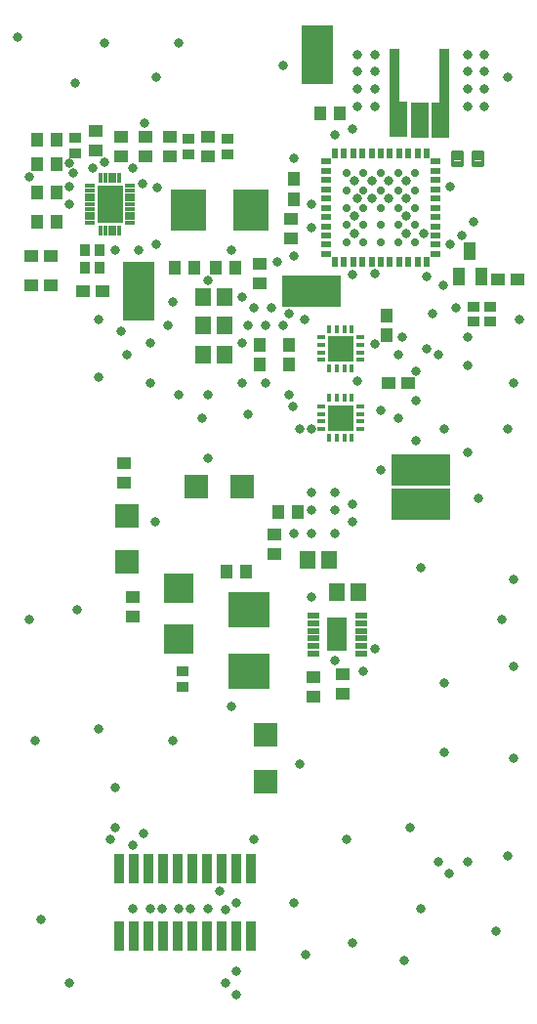
<source format=gts>
G75*
%MOIN*%
%OFA0B0*%
%FSLAX25Y25*%
%IPPOS*%
%LPD*%
%AMOC8*
5,1,8,0,0,1.08239X$1,22.5*
%
%ADD10R,0.04437X0.04831*%
%ADD11R,0.05618X0.06406*%
%ADD12R,0.04043X0.03256*%
%ADD13R,0.07000X0.11701*%
%ADD14R,0.04000X0.02154*%
%ADD15R,0.01917X0.03256*%
%ADD16R,0.03256X0.01917*%
%ADD17C,0.02862*%
%ADD18R,0.04437X0.06012*%
%ADD19R,0.04831X0.04437*%
%ADD20R,0.06012X0.12213*%
%ADD21R,0.06248X0.12213*%
%ADD22R,0.03492X0.19004*%
%ADD23R,0.14280X0.12114*%
%ADD24R,0.14280X0.12311*%
%ADD25R,0.03492X0.09949*%
%ADD26R,0.08768X0.08768*%
%ADD27R,0.02862X0.01681*%
%ADD28R,0.01681X0.02862*%
%ADD29R,0.10500X0.20500*%
%ADD30R,0.20500X0.10500*%
%ADD31R,0.09949X0.09949*%
%ADD32R,0.08768X0.12705*%
%ADD33R,0.03650X0.01287*%
%ADD34R,0.01287X0.03650*%
%ADD35R,0.03256X0.04043*%
%ADD36R,0.12114X0.14280*%
%ADD37R,0.12311X0.14280*%
%ADD38C,0.01125*%
%ADD39R,0.08374X0.08374*%
%ADD40C,0.03278*%
D10*
X0097882Y0192567D03*
X0104575Y0192567D03*
X0115677Y0212882D03*
X0122370Y0212882D03*
X0119142Y0263433D03*
X0119142Y0270126D03*
X0109299Y0270126D03*
X0109299Y0263433D03*
X0100835Y0296307D03*
X0094142Y0296307D03*
X0087055Y0296307D03*
X0080362Y0296307D03*
X0039811Y0312055D03*
X0033118Y0312055D03*
X0033118Y0321898D03*
X0039811Y0321898D03*
X0039811Y0331740D03*
X0033118Y0331740D03*
X0033118Y0340008D03*
X0039811Y0340008D03*
X0120913Y0326504D03*
X0120913Y0319811D03*
X0129929Y0348866D03*
X0136622Y0348866D03*
X0152606Y0279969D03*
X0152606Y0273276D03*
D11*
X0097291Y0276622D03*
X0089811Y0276622D03*
X0089811Y0266780D03*
X0097291Y0266780D03*
X0097291Y0286465D03*
X0089811Y0286465D03*
X0125598Y0196701D03*
X0133079Y0196701D03*
X0135520Y0185717D03*
X0143000Y0185717D03*
D12*
X0083000Y0158591D03*
X0083000Y0153472D03*
X0182134Y0278000D03*
X0182134Y0283118D03*
X0188039Y0283118D03*
X0188039Y0278000D03*
X0098276Y0335087D03*
X0098276Y0340205D03*
X0084890Y0340205D03*
X0084890Y0335087D03*
X0046307Y0335480D03*
X0046307Y0340598D03*
D13*
X0135756Y0171189D03*
D14*
X0143787Y0172449D03*
X0143787Y0175008D03*
X0143787Y0177567D03*
X0143787Y0169890D03*
X0143787Y0167331D03*
X0143787Y0164772D03*
X0127685Y0164772D03*
X0127685Y0167331D03*
X0127685Y0169890D03*
X0127685Y0172449D03*
X0127685Y0175008D03*
X0127685Y0177567D03*
D15*
X0134850Y0298157D03*
X0138000Y0298157D03*
X0141150Y0298157D03*
X0144299Y0298157D03*
X0147449Y0298157D03*
X0150598Y0298157D03*
X0153748Y0298157D03*
X0156898Y0298157D03*
X0160047Y0298157D03*
X0163197Y0298157D03*
X0166346Y0298157D03*
X0166346Y0335402D03*
X0163197Y0335402D03*
X0160047Y0335402D03*
X0156898Y0335402D03*
X0153748Y0335402D03*
X0150598Y0335402D03*
X0147449Y0335402D03*
X0144299Y0335402D03*
X0141150Y0335402D03*
X0138000Y0335402D03*
X0134850Y0335402D03*
D16*
X0131976Y0332528D03*
X0131976Y0329378D03*
X0131976Y0326228D03*
X0131976Y0323079D03*
X0131976Y0319929D03*
X0131976Y0316780D03*
X0131976Y0313630D03*
X0131976Y0310480D03*
X0131976Y0307331D03*
X0131976Y0304181D03*
X0131976Y0301031D03*
X0169220Y0301031D03*
X0169220Y0304181D03*
X0169220Y0307331D03*
X0169220Y0310480D03*
X0169220Y0313630D03*
X0169220Y0316780D03*
X0169220Y0319929D03*
X0169220Y0323079D03*
X0169220Y0326228D03*
X0169220Y0329378D03*
X0169220Y0332528D03*
D17*
X0162409Y0328591D03*
X0156504Y0328591D03*
X0156504Y0322685D03*
X0162409Y0322685D03*
X0162409Y0316780D03*
X0156504Y0316780D03*
X0156504Y0310874D03*
X0162409Y0310874D03*
X0162409Y0304969D03*
X0156504Y0304969D03*
X0150598Y0304969D03*
X0144693Y0304969D03*
X0138787Y0304969D03*
X0138787Y0310874D03*
X0138787Y0316780D03*
X0144693Y0316780D03*
X0150598Y0316780D03*
X0150598Y0310874D03*
X0144693Y0310874D03*
X0144693Y0322685D03*
X0150598Y0322685D03*
X0150598Y0328591D03*
X0144693Y0328591D03*
X0138787Y0328591D03*
X0138787Y0322685D03*
D18*
X0177370Y0293354D03*
X0184850Y0293354D03*
X0181110Y0302016D03*
D19*
X0190598Y0292370D03*
X0197291Y0292370D03*
X0159890Y0256937D03*
X0153197Y0256937D03*
X0109299Y0290992D03*
X0109299Y0297685D03*
X0119929Y0306228D03*
X0119929Y0312921D03*
X0091583Y0334299D03*
X0091583Y0340992D03*
X0078591Y0340992D03*
X0078591Y0334299D03*
X0070323Y0334299D03*
X0070323Y0340992D03*
X0062055Y0340992D03*
X0062055Y0334299D03*
X0053394Y0336268D03*
X0053394Y0342961D03*
X0037843Y0300244D03*
X0031150Y0300244D03*
X0031150Y0290402D03*
X0037843Y0290402D03*
X0048866Y0288433D03*
X0055559Y0288433D03*
X0063079Y0229535D03*
X0063079Y0222843D03*
X0065874Y0183984D03*
X0065874Y0177291D03*
X0114181Y0198709D03*
X0114181Y0205402D03*
X0127606Y0156622D03*
X0127606Y0149929D03*
X0137488Y0150874D03*
X0137488Y0157567D03*
D20*
X0163827Y0346740D03*
D21*
X0170963Y0346789D03*
X0156691Y0346839D03*
D22*
X0155313Y0361701D03*
X0172341Y0361701D03*
D23*
X0105638Y0158512D03*
D24*
X0105638Y0179772D03*
D25*
X0106209Y0091386D03*
X0101209Y0091386D03*
X0096209Y0091386D03*
X0091209Y0091386D03*
X0086209Y0091386D03*
X0081209Y0091386D03*
X0076209Y0091386D03*
X0071209Y0091386D03*
X0066209Y0091386D03*
X0061209Y0091386D03*
X0061209Y0068157D03*
X0066209Y0068157D03*
X0071209Y0068157D03*
X0076209Y0068157D03*
X0081209Y0068157D03*
X0086209Y0068157D03*
X0091209Y0068157D03*
X0096209Y0068157D03*
X0101209Y0068157D03*
X0106209Y0068157D03*
D26*
X0136858Y0245126D03*
X0136858Y0268748D03*
D27*
X0130165Y0267469D03*
X0130165Y0270028D03*
X0130165Y0272587D03*
X0130165Y0264909D03*
X0143551Y0264909D03*
X0143551Y0267469D03*
X0143551Y0270028D03*
X0143551Y0272587D03*
X0143551Y0248965D03*
X0143551Y0246406D03*
X0143551Y0243846D03*
X0143551Y0241287D03*
X0130165Y0241287D03*
X0130165Y0243846D03*
X0130165Y0246406D03*
X0130165Y0248965D03*
D28*
X0133020Y0251819D03*
X0135579Y0251819D03*
X0138138Y0251819D03*
X0140697Y0251819D03*
X0140697Y0262055D03*
X0138138Y0262055D03*
X0135579Y0262055D03*
X0133020Y0262055D03*
X0133020Y0275441D03*
X0135579Y0275441D03*
X0138138Y0275441D03*
X0140697Y0275441D03*
X0140697Y0238433D03*
X0138138Y0238433D03*
X0135579Y0238433D03*
X0133020Y0238433D03*
D29*
X0067961Y0288433D03*
X0128984Y0369142D03*
D30*
X0127016Y0288433D03*
X0164417Y0227409D03*
X0164417Y0215598D03*
D31*
X0081740Y0186858D03*
X0081740Y0169535D03*
D32*
X0058118Y0317961D03*
D33*
X0065008Y0317961D03*
X0065008Y0319535D03*
X0065008Y0321110D03*
X0065008Y0322685D03*
X0065008Y0324260D03*
X0065008Y0316386D03*
X0065008Y0314811D03*
X0065008Y0313236D03*
X0065008Y0311661D03*
X0051228Y0311661D03*
X0051228Y0313236D03*
X0051228Y0314811D03*
X0051228Y0316386D03*
X0051228Y0317961D03*
X0051228Y0319535D03*
X0051228Y0321110D03*
X0051228Y0322685D03*
X0051228Y0324260D03*
D34*
X0054969Y0326819D03*
X0056543Y0326819D03*
X0058118Y0326819D03*
X0059693Y0326819D03*
X0061268Y0326819D03*
X0061268Y0309102D03*
X0059693Y0309102D03*
X0058118Y0309102D03*
X0056543Y0309102D03*
X0054969Y0309102D03*
D35*
X0054772Y0302213D03*
X0049654Y0302213D03*
X0049654Y0296307D03*
X0054772Y0296307D03*
D36*
X0084890Y0315992D03*
D37*
X0106150Y0315992D03*
D38*
X0174977Y0336147D02*
X0178353Y0336147D01*
X0178353Y0331271D01*
X0174977Y0331271D01*
X0174977Y0336147D01*
X0174977Y0332395D02*
X0178353Y0332395D01*
X0178353Y0333519D02*
X0174977Y0333519D01*
X0174977Y0334643D02*
X0178353Y0334643D01*
X0178353Y0335767D02*
X0174977Y0335767D01*
X0181977Y0336147D02*
X0185353Y0336147D01*
X0185353Y0331271D01*
X0181977Y0331271D01*
X0181977Y0336147D01*
X0181977Y0332395D02*
X0185353Y0332395D01*
X0185353Y0333519D02*
X0181977Y0333519D01*
X0181977Y0334643D02*
X0185353Y0334643D01*
X0185353Y0335767D02*
X0181977Y0335767D01*
D39*
X0103394Y0221504D03*
X0087646Y0221504D03*
X0064024Y0211661D03*
X0064024Y0195913D03*
X0111268Y0136858D03*
X0111268Y0121110D03*
D40*
X0044339Y0052213D03*
X0034496Y0073866D03*
X0058118Y0101425D03*
X0060087Y0105362D03*
X0065992Y0099457D03*
X0069509Y0103394D03*
X0060087Y0119142D03*
X0054181Y0138827D03*
X0032528Y0134890D03*
X0030559Y0176228D03*
X0046970Y0179503D03*
X0073753Y0209806D03*
X0091583Y0231346D03*
X0089614Y0245126D03*
X0091583Y0253000D03*
X0081740Y0253000D03*
X0071898Y0256937D03*
X0064024Y0266780D03*
X0062055Y0274654D03*
X0054181Y0278591D03*
X0071898Y0270717D03*
X0077803Y0276622D03*
X0079772Y0284496D03*
X0091583Y0291976D03*
X0099457Y0302213D03*
X0103394Y0286465D03*
X0107331Y0282528D03*
X0113236Y0282528D03*
X0111268Y0276622D03*
X0117173Y0276622D03*
X0119142Y0280559D03*
X0124506Y0278591D03*
X0115205Y0298276D03*
X0121110Y0300244D03*
X0127016Y0310087D03*
X0127016Y0317961D03*
X0141583Y0314024D03*
X0141583Y0308118D03*
X0142764Y0319929D03*
X0147488Y0319929D03*
X0147488Y0325835D03*
X0153394Y0325835D03*
X0153394Y0319929D03*
X0159299Y0319929D03*
X0159299Y0325835D03*
X0159299Y0314024D03*
X0159299Y0308118D03*
X0165205Y0308118D03*
X0174260Y0304181D03*
X0178197Y0307331D03*
X0182134Y0312055D03*
X0174260Y0323866D03*
X0180165Y0351425D03*
X0180165Y0357331D03*
X0186071Y0357331D03*
X0186071Y0351425D03*
X0193945Y0361268D03*
X0186071Y0363236D03*
X0180165Y0363236D03*
X0180165Y0369142D03*
X0186071Y0369142D03*
X0148669Y0369142D03*
X0142764Y0369142D03*
X0142764Y0363236D03*
X0148669Y0363236D03*
X0148669Y0357331D03*
X0142764Y0357331D03*
X0142764Y0351425D03*
X0148669Y0351425D03*
X0140795Y0343551D03*
X0134890Y0341583D03*
X0121110Y0333709D03*
X0141583Y0325835D03*
X0148669Y0294339D03*
X0140795Y0293965D03*
X0158091Y0272685D03*
X0156543Y0266780D03*
X0162449Y0260874D03*
X0166386Y0268748D03*
X0170323Y0266780D03*
X0180165Y0262843D03*
X0180165Y0272685D03*
X0176228Y0282528D03*
X0168354Y0280559D03*
X0171877Y0290402D03*
X0166386Y0293222D03*
X0148669Y0270204D03*
X0142764Y0257528D03*
X0150638Y0247509D03*
X0156543Y0245126D03*
X0162449Y0251031D03*
X0172291Y0241189D03*
X0180165Y0233315D03*
X0193945Y0241189D03*
X0195913Y0256937D03*
X0197882Y0278591D03*
X0162449Y0237252D03*
X0150638Y0227409D03*
X0140795Y0215598D03*
X0134890Y0213630D03*
X0140795Y0209693D03*
X0134890Y0205756D03*
X0127016Y0205756D03*
X0121110Y0205756D03*
X0127016Y0213630D03*
X0127016Y0219535D03*
X0134890Y0219535D03*
X0126995Y0241189D03*
X0123079Y0241189D03*
X0120590Y0249063D03*
X0119142Y0253000D03*
X0111268Y0256937D03*
X0103394Y0256937D03*
X0105362Y0246335D03*
X0103394Y0270717D03*
X0105362Y0276622D03*
X0073866Y0304181D03*
X0067961Y0302213D03*
X0060087Y0302213D03*
X0044339Y0317961D03*
X0044339Y0323866D03*
X0045531Y0328579D03*
X0044339Y0331957D03*
X0052213Y0330192D03*
X0056150Y0332261D03*
X0065992Y0330292D03*
X0069153Y0325059D03*
X0074387Y0323763D03*
X0069929Y0345520D03*
X0073866Y0361268D03*
X0081740Y0373079D03*
X0056150Y0373079D03*
X0046307Y0359299D03*
X0026622Y0375047D03*
X0030559Y0327409D03*
X0054181Y0258906D03*
X0127016Y0184102D03*
X0148669Y0166386D03*
X0144732Y0158512D03*
X0134890Y0162449D03*
X0164417Y0193945D03*
X0184102Y0217567D03*
X0195913Y0190008D03*
X0191976Y0176228D03*
X0195913Y0160480D03*
X0172291Y0154575D03*
X0172291Y0130953D03*
X0195913Y0128984D03*
X0193945Y0095520D03*
X0180165Y0093551D03*
X0173846Y0089614D03*
X0170323Y0093551D03*
X0160480Y0105362D03*
X0138827Y0101425D03*
X0121110Y0079772D03*
X0125047Y0062055D03*
X0140795Y0065992D03*
X0158512Y0060087D03*
X0164417Y0077803D03*
X0190008Y0069929D03*
X0123079Y0127016D03*
X0107331Y0101425D03*
X0095520Y0083709D03*
X0101425Y0079772D03*
X0097488Y0077389D03*
X0091583Y0077803D03*
X0085677Y0077803D03*
X0081740Y0077803D03*
X0075835Y0077803D03*
X0071898Y0077803D03*
X0065992Y0077803D03*
X0097488Y0052213D03*
X0101425Y0056150D03*
X0101425Y0048276D03*
X0079772Y0134890D03*
X0099457Y0146701D03*
X0117173Y0365205D03*
M02*

</source>
